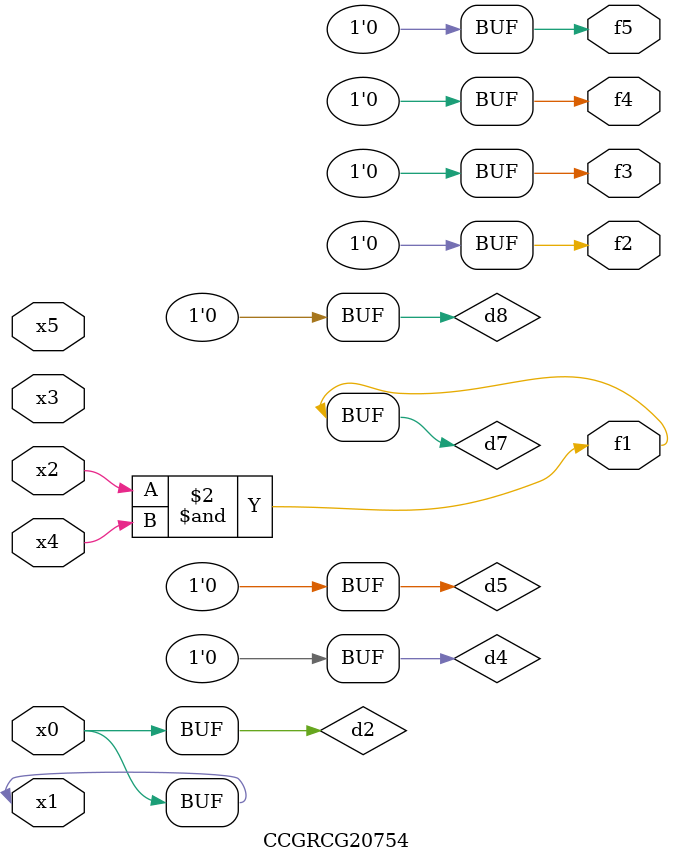
<source format=v>
module CCGRCG20754(
	input x0, x1, x2, x3, x4, x5,
	output f1, f2, f3, f4, f5
);

	wire d1, d2, d3, d4, d5, d6, d7, d8, d9;

	nand (d1, x1);
	buf (d2, x0, x1);
	nand (d3, x2, x4);
	and (d4, d1, d2);
	and (d5, d1, d2);
	nand (d6, d1, d3);
	not (d7, d3);
	xor (d8, d5);
	nor (d9, d5, d6);
	assign f1 = d7;
	assign f2 = d8;
	assign f3 = d8;
	assign f4 = d8;
	assign f5 = d8;
endmodule

</source>
